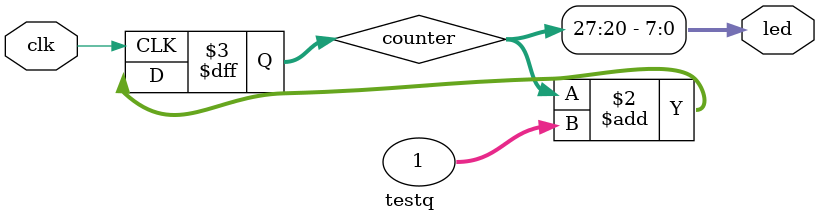
<source format=v>
module testq(
  input wire clk,
  output wire [7:0]led
);

reg [31:0]counter;
always @(posedge clk)
  counter<=counter+1;

assign led = counter[27:20];

endmodule
</source>
